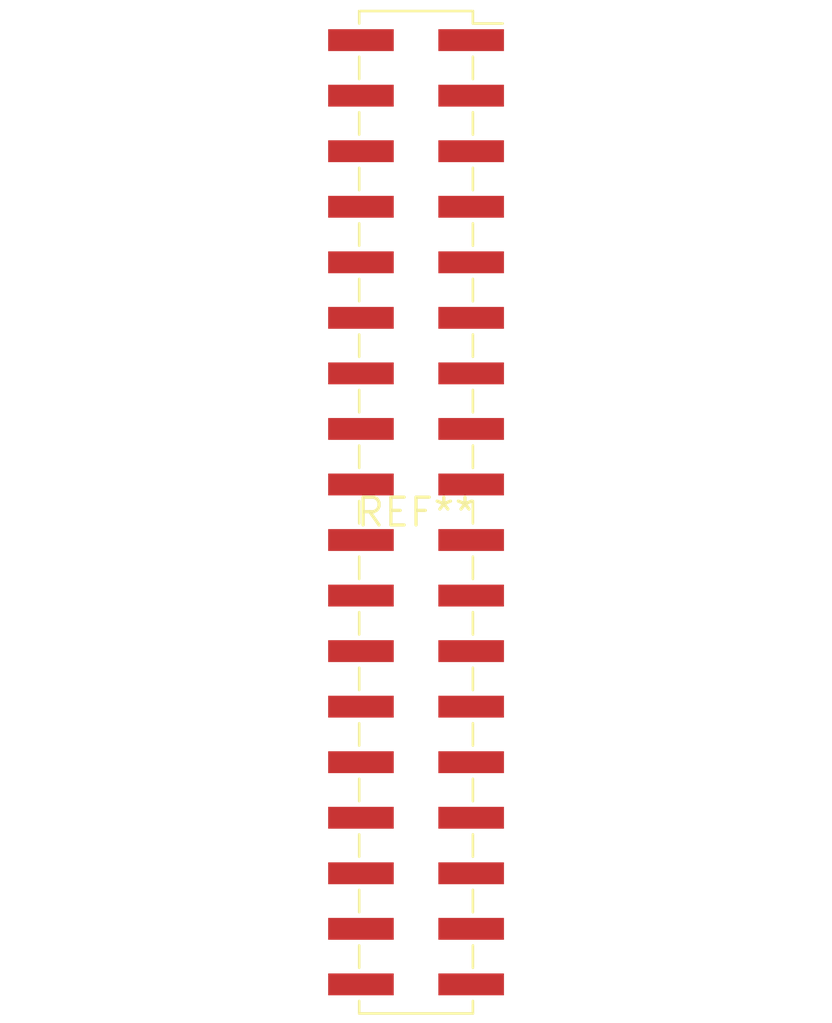
<source format=kicad_pcb>
(kicad_pcb (version 20240108) (generator pcbnew)
  (layers (0 "F.Cu" signal) (31 "B.Cu" signal) (34 "B.Paste" user) (35 "F.Paste" user) (36 "B.SilkS" user "B.Silkscreen") (37 "F.SilkS" user "F.Silkscreen") (38 "B.Mask" user) (39 "F.Mask" user) (44 "Edge.Cuts" user))
  (net 0 "")
  (footprint "PinSocket_2x18_P2.54mm_Vertical_SMD" (layer "F.Cu") (at 0 0)
    (property "Reference" "REF**")
    (property "Value" "PinSocket_2x18_P2.54mm_Vertical_SMD")
    (fp_line (start -2.6 -22.92) (end -2.6 -22.35) (layer "F.SilkS") (stroke (width 0.12)))
    (fp_line (start -2.6 -22.92) (end 2.6 -22.92) (layer "F.SilkS") (stroke (width 0.12)))
    (fp_line (start -2.6 -20.83) (end -2.6 -19.81) (layer "F.SilkS") (stroke (width 0.12)))
    (fp_line (start -2.6 -18.29) (end -2.6 -17.27) (layer "F.SilkS") (stroke (width 0.12)))
    (fp_line (start -2.6 -15.75) (end -2.6 -14.73) (layer "F.SilkS") (stroke (width 0.12)))
    (fp_line (start -2.6 -13.21) (end -2.6 -12.19) (layer "F.SilkS") (stroke (width 0.12)))
    (fp_line (start -2.6 -10.67) (end -2.6 -9.65) (layer "F.SilkS") (stroke (width 0.12)))
    (fp_line (start -2.6 -8.13) (end -2.6 -7.11) (layer "F.SilkS") (stroke (width 0.12)))
    (fp_line (start -2.6 -5.59) (end -2.6 -4.57) (layer "F.SilkS") (stroke (width 0.12)))
    (fp_line (start -2.6 -3.05) (end -2.6 -2.03) (layer "F.SilkS") (stroke (width 0.12)))
    (fp_line (start -2.6 -0.51) (end -2.6 0.51) (layer "F.SilkS") (stroke (width 0.12)))
    (fp_line (start -2.6 2.03) (end -2.6 3.05) (layer "F.SilkS") (stroke (width 0.12)))
    (fp_line (start -2.6 4.57) (end -2.6 5.59) (layer "F.SilkS") (stroke (width 0.12)))
    (fp_line (start -2.6 7.11) (end -2.6 8.13) (layer "F.SilkS") (stroke (width 0.12)))
    (fp_line (start -2.6 9.65) (end -2.6 10.67) (layer "F.SilkS") (stroke (width 0.12)))
    (fp_line (start -2.6 12.19) (end -2.6 13.21) (layer "F.SilkS") (stroke (width 0.12)))
    (fp_line (start -2.6 14.73) (end -2.6 15.75) (layer "F.SilkS") (stroke (width 0.12)))
    (fp_line (start -2.6 17.27) (end -2.6 18.29) (layer "F.SilkS") (stroke (width 0.12)))
    (fp_line (start -2.6 19.81) (end -2.6 20.83) (layer "F.SilkS") (stroke (width 0.12)))
    (fp_line (start -2.6 22.35) (end -2.6 22.92) (layer "F.SilkS") (stroke (width 0.12)))
    (fp_line (start -2.6 22.92) (end 2.6 22.92) (layer "F.SilkS") (stroke (width 0.12)))
    (fp_line (start 2.6 -22.92) (end 2.6 -22.35) (layer "F.SilkS") (stroke (width 0.12)))
    (fp_line (start 2.6 -22.35) (end 3.96 -22.35) (layer "F.SilkS") (stroke (width 0.12)))
    (fp_line (start 2.6 -20.83) (end 2.6 -19.81) (layer "F.SilkS") (stroke (width 0.12)))
    (fp_line (start 2.6 -18.29) (end 2.6 -17.27) (layer "F.SilkS") (stroke (width 0.12)))
    (fp_line (start 2.6 -15.75) (end 2.6 -14.73) (layer "F.SilkS") (stroke (width 0.12)))
    (fp_line (start 2.6 -13.21) (end 2.6 -12.19) (layer "F.SilkS") (stroke (width 0.12)))
    (fp_line (start 2.6 -10.67) (end 2.6 -9.65) (layer "F.SilkS") (stroke (width 0.12)))
    (fp_line (start 2.6 -8.13) (end 2.6 -7.11) (layer "F.SilkS") (stroke (width 0.12)))
    (fp_line (start 2.6 -5.59) (end 2.6 -4.57) (layer "F.SilkS") (stroke (width 0.12)))
    (fp_line (start 2.6 -3.05) (end 2.6 -2.03) (layer "F.SilkS") (stroke (width 0.12)))
    (fp_line (start 2.6 -0.51) (end 2.6 0.51) (layer "F.SilkS") (stroke (width 0.12)))
    (fp_line (start 2.6 2.03) (end 2.6 3.05) (layer "F.SilkS") (stroke (width 0.12)))
    (fp_line (start 2.6 4.57) (end 2.6 5.59) (layer "F.SilkS") (stroke (width 0.12)))
    (fp_line (start 2.6 7.11) (end 2.6 8.13) (layer "F.SilkS") (stroke (width 0.12)))
    (fp_line (start 2.6 9.65) (end 2.6 10.67) (layer "F.SilkS") (stroke (width 0.12)))
    (fp_line (start 2.6 12.19) (end 2.6 13.21) (layer "F.SilkS") (stroke (width 0.12)))
    (fp_line (start 2.6 14.73) (end 2.6 15.75) (layer "F.SilkS") (stroke (width 0.12)))
    (fp_line (start 2.6 17.27) (end 2.6 18.29) (layer "F.SilkS") (stroke (width 0.12)))
    (fp_line (start 2.6 19.81) (end 2.6 20.83) (layer "F.SilkS") (stroke (width 0.12)))
    (fp_line (start 2.6 22.35) (end 2.6 22.92) (layer "F.SilkS") (stroke (width 0.12)))
    (pad "1" smd rect (at 2.52 -21.59) (size 3 1) (layers "F.Cu" "F.Paste" "F.Mask"))
    (pad "2" smd rect (at -2.52 -21.59) (size 3 1) (layers "F.Cu" "F.Paste" "F.Mask"))
    (pad "3" smd rect (at 2.52 -19.05) (size 3 1) (layers "F.Cu" "F.Paste" "F.Mask"))
    (pad "4" smd rect (at -2.52 -19.05) (size 3 1) (layers "F.Cu" "F.Paste" "F.Mask"))
    (pad "5" smd rect (at 2.52 -16.51) (size 3 1) (layers "F.Cu" "F.Paste" "F.Mask"))
    (pad "6" smd rect (at -2.52 -16.51) (size 3 1) (layers "F.Cu" "F.Paste" "F.Mask"))
    (pad "7" smd rect (at 2.52 -13.97) (size 3 1) (layers "F.Cu" "F.Paste" "F.Mask"))
    (pad "8" smd rect (at -2.52 -13.97) (size 3 1) (layers "F.Cu" "F.Paste" "F.Mask"))
    (pad "9" smd rect (at 2.52 -11.43) (size 3 1) (layers "F.Cu" "F.Paste" "F.Mask"))
    (pad "10" smd rect (at -2.52 -11.43) (size 3 1) (layers "F.Cu" "F.Paste" "F.Mask"))
    (pad "11" smd rect (at 2.52 -8.89) (size 3 1) (layers "F.Cu" "F.Paste" "F.Mask"))
    (pad "12" smd rect (at -2.52 -8.89) (size 3 1) (layers "F.Cu" "F.Paste" "F.Mask"))
    (pad "13" smd rect (at 2.52 -6.35) (size 3 1) (layers "F.Cu" "F.Paste" "F.Mask"))
    (pad "14" smd rect (at -2.52 -6.35) (size 3 1) (layers "F.Cu" "F.Paste" "F.Mask"))
    (pad "15" smd rect (at 2.52 -3.81) (size 3 1) (layers "F.Cu" "F.Paste" "F.Mask"))
    (pad "16" smd rect (at -2.52 -3.81) (size 3 1) (layers "F.Cu" "F.Paste" "F.Mask"))
    (pad "17" smd rect (at 2.52 -1.27) (size 3 1) (layers "F.Cu" "F.Paste" "F.Mask"))
    (pad "18" smd rect (at -2.52 -1.27) (size 3 1) (layers "F.Cu" "F.Paste" "F.Mask"))
    (pad "19" smd rect (at 2.52 1.27) (size 3 1) (layers "F.Cu" "F.Paste" "F.Mask"))
    (pad "20" smd rect (at -2.52 1.27) (size 3 1) (layers "F.Cu" "F.Paste" "F.Mask"))
    (pad "21" smd rect (at 2.52 3.81) (size 3 1) (layers "F.Cu" "F.Paste" "F.Mask"))
    (pad "22" smd rect (at -2.52 3.81) (size 3 1) (layers "F.Cu" "F.Paste" "F.Mask"))
    (pad "23" smd rect (at 2.52 6.35) (size 3 1) (layers "F.Cu" "F.Paste" "F.Mask"))
    (pad "24" smd rect (at -2.52 6.35) (size 3 1) (layers "F.Cu" "F.Paste" "F.Mask"))
    (pad "25" smd rect (at 2.52 8.89) (size 3 1) (layers "F.Cu" "F.Paste" "F.Mask"))
    (pad "26" smd rect (at -2.52 8.89) (size 3 1) (layers "F.Cu" "F.Paste" "F.Mask"))
    (pad "27" smd rect (at 2.52 11.43) (size 3 1) (layers "F.Cu" "F.Paste" "F.Mask"))
    (pad "28" smd rect (at -2.52 11.43) (size 3 1) (layers "F.Cu" "F.Paste" "F.Mask"))
    (pad "29" smd rect (at 2.52 13.97) (size 3 1) (layers "F.Cu" "F.Paste" "F.Mask"))
    (pad "30" smd rect (at -2.52 13.97) (size 3 1) (layers "F.Cu" "F.Paste" "F.Mask"))
    (pad "31" smd rect (at 2.52 16.51) (size 3 1) (layers "F.Cu" "F.Paste" "F.Mask"))
    (pad "32" smd rect (at -2.52 16.51) (size 3 1) (layers "F.Cu" "F.Paste" "F.Mask"))
    (pad "33" smd rect (at 2.52 19.05) (size 3 1) (layers "F.Cu" "F.Paste" "F.Mask"))
    (pad "34" smd rect (at -2.52 19.05) (size 3 1) (layers "F.Cu" "F.Paste" "F.Mask"))
    (pad "35" smd rect (at 2.52 21.59) (size 3 1) (layers "F.Cu" "F.Paste" "F.Mask"))
    (pad "36" smd rect (at -2.52 21.59) (size 3 1) (layers "F.Cu" "F.Paste" "F.Mask"))
  )
)
</source>
